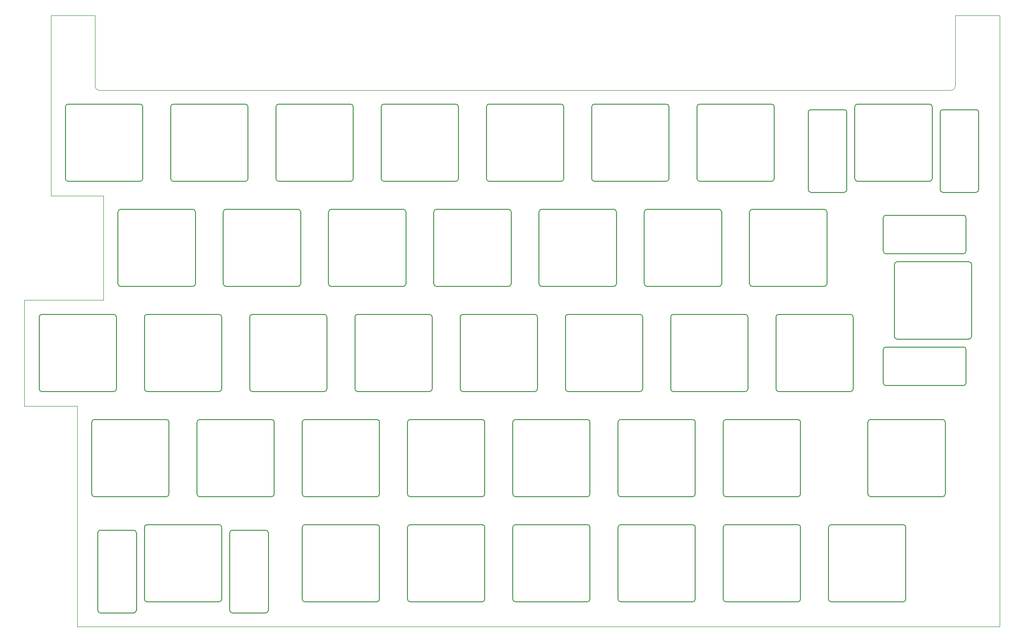
<source format=gbr>
G04 #@! TF.GenerationSoftware,KiCad,Pcbnew,5.1.10*
G04 #@! TF.CreationDate,2021-08-05T22:56:14+02:00*
G04 #@! TF.ProjectId,plate,706c6174-652e-46b6-9963-61645f706362,rev?*
G04 #@! TF.SameCoordinates,Original*
G04 #@! TF.FileFunction,Profile,NP*
%FSLAX46Y46*%
G04 Gerber Fmt 4.6, Leading zero omitted, Abs format (unit mm)*
G04 Created by KiCad (PCBNEW 5.1.10) date 2021-08-05 22:56:14*
%MOMM*%
%LPD*%
G01*
G04 APERTURE LIST*
G04 #@! TA.AperFunction,Profile*
%ADD10C,0.050000*%
G04 #@! TD*
G04 #@! TA.AperFunction,Profile*
%ADD11C,0.200000*%
G04 #@! TD*
G04 APERTURE END LIST*
D10*
X41491000Y-52324000D02*
X33490000Y-52324000D01*
X197193000Y-52324000D02*
X205232000Y-52324000D01*
X194399000Y-65913000D02*
X196431000Y-65913000D01*
X197193000Y-52324000D02*
X197193000Y-65151000D01*
X197193000Y-65151000D02*
G75*
G02*
X196431000Y-65913000I-762000J0D01*
G01*
X42253000Y-65913000D02*
X194399000Y-65913000D01*
X42253000Y-65913000D02*
G75*
G02*
X41491000Y-65151000I0J762000D01*
G01*
X41491000Y-52324000D02*
X41491000Y-65151000D01*
D11*
X66353250Y-160589000D02*
X72353250Y-160589000D01*
X66353250Y-145589000D02*
X72353250Y-145589000D01*
X92490250Y-144589000D02*
G75*
G02*
X92990250Y-145089000I0J-500000D01*
G01*
X78990250Y-145089000D02*
G75*
G02*
X79490250Y-144589000I500000J0D01*
G01*
X135352750Y-87439000D02*
G75*
G02*
X135852750Y-87939000I0J-500000D01*
G01*
X159952750Y-87939000D02*
X159952750Y-100939000D01*
X184146500Y-112902000D02*
X184146500Y-118902000D01*
X121852750Y-87939000D02*
G75*
G02*
X122352750Y-87439000I500000J0D01*
G01*
X68677750Y-68389000D02*
G75*
G02*
X69177750Y-68889000I0J-500000D01*
G01*
X93777750Y-82388999D02*
G75*
G02*
X93277750Y-81888999I0J500000D01*
G01*
X84252750Y-101439000D02*
G75*
G02*
X83752750Y-100939000I0J500000D01*
G01*
X74727750Y-82388999D02*
X87727750Y-82388999D01*
X69965250Y-106489000D02*
X82965250Y-106489000D01*
X97252750Y-87439000D02*
G75*
G02*
X97752750Y-87939000I0J-500000D01*
G01*
X160452750Y-101439000D02*
X173452750Y-101439000D01*
X50127750Y-68889000D02*
X50127750Y-81888999D01*
X83752750Y-87939000D02*
G75*
G02*
X84252750Y-87439000I500000J0D01*
G01*
X93777750Y-68389000D02*
X106777750Y-68389000D01*
X92990250Y-126039000D02*
X92990250Y-139039000D01*
X78990250Y-126039000D02*
X78990250Y-139039000D01*
X31365250Y-106989000D02*
X31365250Y-119989000D01*
X170564750Y-69889000D02*
X170564750Y-83889000D01*
X112327750Y-68889000D02*
X112327750Y-81888999D01*
X112327750Y-68889000D02*
G75*
G02*
X112827750Y-68389000I500000J0D01*
G01*
X199146500Y-118902000D02*
G75*
G02*
X198646500Y-119402000I-500000J0D01*
G01*
X169190250Y-126039000D02*
X169190250Y-139039000D01*
X155190250Y-126039000D02*
X155190250Y-139039000D01*
X103302750Y-87439000D02*
X116302750Y-87439000D01*
X88227750Y-81888999D02*
G75*
G02*
X87727750Y-82388999I-500000J0D01*
G01*
X184646500Y-95526000D02*
G75*
G02*
X184146500Y-95026000I0J500000D01*
G01*
X46152750Y-101439000D02*
X59152750Y-101439000D01*
X200146500Y-110464000D02*
G75*
G02*
X199646500Y-110964000I-500000J0D01*
G01*
X194940750Y-84389000D02*
G75*
G02*
X194440750Y-83889000I0J500000D01*
G01*
X59652750Y-87939000D02*
X59652750Y-100939000D01*
X140615250Y-119989000D02*
G75*
G02*
X140115250Y-120489000I-500000J0D01*
G01*
X127115250Y-120489000D02*
G75*
G02*
X126615250Y-119989000I0J500000D01*
G01*
X112827750Y-68389000D02*
X125827750Y-68389000D01*
X54890250Y-126039000D02*
X54890250Y-139039000D01*
X40890250Y-126039000D02*
X40890250Y-139039000D01*
X69177750Y-68889000D02*
X69177750Y-81888999D01*
X50915250Y-106489000D02*
X63915250Y-106489000D01*
X89015250Y-120489000D02*
X102015250Y-120489000D01*
X44865249Y-106489000D02*
G75*
G02*
X45365249Y-106989000I0J-500000D01*
G01*
X69965250Y-120489000D02*
G75*
G02*
X69465250Y-119989000I0J500000D01*
G01*
X117590250Y-158589000D02*
X130590250Y-158589000D01*
X117590250Y-144589000D02*
X130590250Y-144589000D01*
X179502750Y-68389000D02*
X192502750Y-68389000D01*
X64415250Y-158089000D02*
G75*
G02*
X63915250Y-158589000I-500000J0D01*
G01*
X50915250Y-158589000D02*
G75*
G02*
X50415250Y-158089000I0J500000D01*
G01*
X111540250Y-125539000D02*
G75*
G02*
X112040250Y-126039000I0J-500000D01*
G01*
X98040250Y-126039000D02*
G75*
G02*
X98540250Y-125539000I500000J0D01*
G01*
X78702750Y-87939000D02*
X78702750Y-100939000D01*
X112040250Y-145089000D02*
X112040250Y-158089000D01*
X98040250Y-145089000D02*
X98040250Y-158089000D01*
X82965250Y-106489000D02*
G75*
G02*
X83465250Y-106989000I0J-500000D01*
G01*
X112040250Y-158089000D02*
G75*
G02*
X111540250Y-158589000I-500000J0D01*
G01*
X98540250Y-158589000D02*
G75*
G02*
X98040250Y-158089000I0J500000D01*
G01*
X169190250Y-139039000D02*
G75*
G02*
X168690250Y-139539000I-500000J0D01*
G01*
X155690250Y-139539000D02*
G75*
G02*
X155190250Y-139039000I0J500000D01*
G01*
X193002750Y-68889000D02*
X193002750Y-81888999D01*
X107565250Y-106989000D02*
X107565250Y-119989000D01*
X131090250Y-139039000D02*
G75*
G02*
X130590250Y-139539000I-500000J0D01*
G01*
X117590250Y-139539000D02*
G75*
G02*
X117090250Y-139039000I0J500000D01*
G01*
X179502750Y-82388999D02*
X192502750Y-82388999D01*
X177564750Y-69889000D02*
X177564750Y-83889000D01*
X178715250Y-119989000D02*
G75*
G02*
X178215250Y-120489000I-500000J0D01*
G01*
X165215250Y-120489000D02*
G75*
G02*
X164715250Y-119989000I0J500000D01*
G01*
X140115250Y-106489000D02*
G75*
G02*
X140615250Y-106989000I0J-500000D01*
G01*
X126615250Y-106989000D02*
G75*
G02*
X127115250Y-106489000I500000J0D01*
G01*
X41390250Y-139539000D02*
X54390250Y-139539000D01*
X41390250Y-125539000D02*
X54390250Y-125539000D01*
X31365250Y-106989000D02*
G75*
G02*
X31865250Y-106489000I500000J0D01*
G01*
X150140250Y-158089000D02*
G75*
G02*
X149640250Y-158589000I-500000J0D01*
G01*
X136640250Y-158589000D02*
G75*
G02*
X136140250Y-158089000I0J500000D01*
G01*
X136640250Y-139539000D02*
X149640250Y-139539000D01*
X136640250Y-125539000D02*
X149640250Y-125539000D01*
X97752750Y-87939000D02*
X97752750Y-100939000D01*
X108065250Y-106489000D02*
X121065250Y-106489000D01*
X64415250Y-106989000D02*
X64415250Y-119989000D01*
X103302750Y-101439000D02*
X116302750Y-101439000D01*
X64702750Y-87939000D02*
X64702750Y-100939000D01*
X199646500Y-110964000D02*
X186646500Y-110964000D01*
X131877750Y-68389000D02*
X144877750Y-68389000D01*
X45652750Y-87939000D02*
G75*
G02*
X46152750Y-87439000I500000J0D01*
G01*
X122352750Y-101439000D02*
G75*
G02*
X121852750Y-100939000I0J500000D01*
G01*
X145377750Y-81888999D02*
G75*
G02*
X144877750Y-82388999I-500000J0D01*
G01*
X173952750Y-87939000D02*
X173952750Y-100939000D01*
X150427750Y-68889000D02*
X150427750Y-81888999D01*
X112827750Y-82388999D02*
X125827750Y-82388999D01*
X168690250Y-125539000D02*
G75*
G02*
X169190250Y-126039000I0J-500000D01*
G01*
X155190250Y-126039000D02*
G75*
G02*
X155690250Y-125539000I500000J0D01*
G01*
X126327750Y-68889000D02*
X126327750Y-81888999D01*
X92490250Y-125539000D02*
G75*
G02*
X92990250Y-126039000I0J-500000D01*
G01*
X78990250Y-126039000D02*
G75*
G02*
X79490250Y-125539000I500000J0D01*
G01*
X73940250Y-139039000D02*
G75*
G02*
X73440250Y-139539000I-500000J0D01*
G01*
X60440250Y-139539000D02*
G75*
G02*
X59940250Y-139039000I0J500000D01*
G01*
X55177750Y-68889000D02*
X55177750Y-81888999D01*
X46152750Y-101439000D02*
G75*
G02*
X45652750Y-100939000I0J500000D01*
G01*
X54390250Y-125539000D02*
G75*
G02*
X54890250Y-126039000I0J-500000D01*
G01*
X40890250Y-126039000D02*
G75*
G02*
X41390250Y-125539000I500000J0D01*
G01*
X195384000Y-139039000D02*
G75*
G02*
X194884000Y-139539000I-500000J0D01*
G01*
X181884000Y-139539000D02*
G75*
G02*
X181384000Y-139039000I0J500000D01*
G01*
X31865250Y-120489000D02*
X44865249Y-120489000D01*
X126327750Y-81888999D02*
G75*
G02*
X125827750Y-82388999I-500000J0D01*
G01*
X59152750Y-87439000D02*
G75*
G02*
X59652750Y-87939000I0J-500000D01*
G01*
X83752750Y-87939000D02*
X83752750Y-100939000D01*
X55677750Y-82388999D02*
G75*
G02*
X55177750Y-81888999I0J500000D01*
G01*
X184146500Y-112902000D02*
G75*
G02*
X184646500Y-112402000I500000J0D01*
G01*
X199146500Y-112902000D02*
X199146500Y-118902000D01*
X116802750Y-87939000D02*
X116802750Y-100939000D01*
X177064750Y-69389000D02*
G75*
G02*
X177564750Y-69889000I0J-500000D01*
G01*
X93777750Y-82388999D02*
X106777750Y-82388999D01*
X50415250Y-106989000D02*
G75*
G02*
X50915250Y-106489000I500000J0D01*
G01*
X72353250Y-145589000D02*
G75*
G02*
X72853250Y-146089000I0J-500000D01*
G01*
X65853250Y-146089000D02*
G75*
G02*
X66353250Y-145589000I500000J0D01*
G01*
X194440750Y-69889000D02*
G75*
G02*
X194940750Y-69389000I500000J0D01*
G01*
X31865250Y-120489000D02*
G75*
G02*
X31365250Y-119989000I0J500000D01*
G01*
X177564750Y-83889000D02*
G75*
G02*
X177064750Y-84389000I-500000J0D01*
G01*
X159165249Y-106489000D02*
G75*
G02*
X159665249Y-106989000I0J-500000D01*
G01*
X145665250Y-106989000D02*
G75*
G02*
X146165250Y-106489000I500000J0D01*
G01*
X199646500Y-96964000D02*
X186646500Y-96964000D01*
X145377750Y-68889000D02*
X145377750Y-81888999D01*
X64415250Y-145089000D02*
X64415250Y-158089000D01*
X50415250Y-145089000D02*
X50415250Y-158089000D01*
X199146500Y-95026000D02*
G75*
G02*
X198646500Y-95526000I-500000J0D01*
G01*
X65202750Y-87439000D02*
X78202750Y-87439000D01*
X69465250Y-106989000D02*
X69465250Y-119989000D01*
X102802750Y-87939000D02*
X102802750Y-100939000D01*
X200940750Y-69389000D02*
G75*
G02*
X201440750Y-69889000I0J-500000D01*
G01*
X116302750Y-87439000D02*
G75*
G02*
X116802750Y-87939000I0J-500000D01*
G01*
X140902750Y-87939000D02*
X140902750Y-100939000D01*
X88515250Y-106989000D02*
G75*
G02*
X89015250Y-106489000I500000J0D01*
G01*
X69465250Y-106989000D02*
G75*
G02*
X69965250Y-106489000I500000J0D01*
G01*
X88515250Y-106989000D02*
X88515250Y-119989000D01*
X84252750Y-101439000D02*
X97252750Y-101439000D01*
X131090250Y-158089000D02*
G75*
G02*
X130590250Y-158589000I-500000J0D01*
G01*
X117590250Y-158589000D02*
G75*
G02*
X117090250Y-158089000I0J500000D01*
G01*
X198646500Y-95526000D02*
X184646500Y-95526000D01*
X98540250Y-158589000D02*
X111540250Y-158589000D01*
X98540250Y-144589000D02*
X111540250Y-144589000D01*
X188240250Y-158089000D02*
G75*
G02*
X187740250Y-158589000I-500000J0D01*
G01*
X174740250Y-158589000D02*
G75*
G02*
X174240250Y-158089000I0J500000D01*
G01*
X64702750Y-87939000D02*
G75*
G02*
X65202750Y-87439000I500000J0D01*
G01*
X45652750Y-87939000D02*
X45652750Y-100939000D01*
X121852750Y-87939000D02*
X121852750Y-100939000D01*
X72853250Y-146089000D02*
X72853250Y-160089000D01*
X65853250Y-146089000D02*
X65853250Y-160089000D01*
X159665249Y-106989000D02*
X159665249Y-119989000D01*
X145665250Y-106989000D02*
X145665250Y-119989000D01*
X198646500Y-112402000D02*
G75*
G02*
X199146500Y-112902000I0J-500000D01*
G01*
X150140250Y-126039000D02*
X150140250Y-139039000D01*
X136140250Y-126039000D02*
X136140250Y-139039000D01*
X178215250Y-106489000D02*
G75*
G02*
X178715250Y-106989000I0J-500000D01*
G01*
X164715250Y-106989000D02*
G75*
G02*
X165215250Y-106489000I500000J0D01*
G01*
X73440250Y-125539000D02*
G75*
G02*
X73940250Y-126039000I0J-500000D01*
G01*
X59940250Y-126039000D02*
G75*
G02*
X60440250Y-125539000I500000J0D01*
G01*
X74227750Y-68889000D02*
G75*
G02*
X74727750Y-68389000I500000J0D01*
G01*
X198646500Y-88526000D02*
G75*
G02*
X199146500Y-89026000I0J-500000D01*
G01*
X179002750Y-68889000D02*
X179002750Y-81888999D01*
X141402750Y-101439000D02*
G75*
G02*
X140902750Y-100939000I0J500000D01*
G01*
X160452750Y-101439000D02*
G75*
G02*
X159952750Y-100939000I0J500000D01*
G01*
X92990250Y-139039000D02*
G75*
G02*
X92490250Y-139539000I-500000J0D01*
G01*
X79490250Y-139539000D02*
G75*
G02*
X78990250Y-139039000I0J500000D01*
G01*
X79490250Y-158589000D02*
X92490250Y-158589000D01*
X79490250Y-144589000D02*
X92490250Y-144589000D01*
X102015250Y-106489000D02*
G75*
G02*
X102515250Y-106989000I0J-500000D01*
G01*
X131090250Y-126039000D02*
X131090250Y-139039000D01*
X117090250Y-126039000D02*
X117090250Y-139039000D01*
X188240250Y-145089000D02*
X188240250Y-158089000D01*
X174240250Y-145089000D02*
X174240250Y-158089000D01*
X187740250Y-144589000D02*
G75*
G02*
X188240250Y-145089000I0J-500000D01*
G01*
X174240250Y-145089000D02*
G75*
G02*
X174740250Y-144589000I500000J0D01*
G01*
X107277750Y-68889000D02*
X107277750Y-81888999D01*
X199646500Y-96964000D02*
G75*
G02*
X200146500Y-97464000I0J-500000D01*
G01*
X112040250Y-139039000D02*
G75*
G02*
X111540250Y-139539000I-500000J0D01*
G01*
X98540250Y-139539000D02*
G75*
G02*
X98040250Y-139039000I0J500000D01*
G01*
X65202750Y-101439000D02*
X78202750Y-101439000D01*
X125827750Y-68389000D02*
G75*
G02*
X126327750Y-68889000I0J-500000D01*
G01*
X122352750Y-87439000D02*
X135352750Y-87439000D01*
X127115250Y-120489000D02*
X140115250Y-120489000D01*
X127115250Y-106489000D02*
X140115250Y-106489000D01*
X149640250Y-125539000D02*
G75*
G02*
X150140250Y-126039000I0J-500000D01*
G01*
X136140250Y-126039000D02*
G75*
G02*
X136640250Y-125539000I500000J0D01*
G01*
X50915250Y-158589000D02*
X63915250Y-158589000D01*
X50915250Y-144589000D02*
X63915250Y-144589000D01*
X171064750Y-84389000D02*
G75*
G02*
X170564750Y-83889000I0J500000D01*
G01*
X97752750Y-100939000D02*
G75*
G02*
X97252750Y-101439000I-500000J0D01*
G01*
X92990250Y-145089000D02*
X92990250Y-158089000D01*
X78990250Y-145089000D02*
X78990250Y-158089000D01*
X140615250Y-106989000D02*
X140615250Y-119989000D01*
X126615250Y-106989000D02*
X126615250Y-119989000D01*
X173952750Y-100939000D02*
G75*
G02*
X173452750Y-101439000I-500000J0D01*
G01*
X168690250Y-144589000D02*
G75*
G02*
X169190250Y-145089000I0J-500000D01*
G01*
X155190250Y-145089000D02*
G75*
G02*
X155690250Y-144589000I500000J0D01*
G01*
X49627750Y-68389000D02*
G75*
G02*
X50127750Y-68889000I0J-500000D01*
G01*
X93277750Y-68889000D02*
G75*
G02*
X93777750Y-68389000I500000J0D01*
G01*
X48977250Y-160089000D02*
G75*
G02*
X48477250Y-160589000I-500000J0D01*
G01*
X42477249Y-160589000D02*
G75*
G02*
X41977249Y-160089000I0J500000D01*
G01*
X74227750Y-68889000D02*
X74227750Y-81888999D01*
X63915250Y-144589000D02*
G75*
G02*
X64415250Y-145089000I0J-500000D01*
G01*
X50415250Y-145089000D02*
G75*
G02*
X50915250Y-144589000I500000J0D01*
G01*
X170564750Y-69889000D02*
G75*
G02*
X171064750Y-69389000I500000J0D01*
G01*
X111540250Y-144589000D02*
G75*
G02*
X112040250Y-145089000I0J-500000D01*
G01*
X98040250Y-145089000D02*
G75*
G02*
X98540250Y-144589000I500000J0D01*
G01*
X117590250Y-139539000D02*
X130590250Y-139539000D01*
X117590250Y-125539000D02*
X130590250Y-125539000D01*
X50915250Y-120489000D02*
G75*
G02*
X50415250Y-119989000I0J500000D01*
G01*
X89015250Y-120489000D02*
G75*
G02*
X88515250Y-119989000I0J500000D01*
G01*
X130590250Y-125539000D02*
G75*
G02*
X131090250Y-126039000I0J-500000D01*
G01*
X117090250Y-126039000D02*
G75*
G02*
X117590250Y-125539000I500000J0D01*
G01*
X48477250Y-145589000D02*
G75*
G02*
X48977250Y-146089000I0J-500000D01*
G01*
X41977249Y-146089000D02*
G75*
G02*
X42477249Y-145589000I500000J0D01*
G01*
X106777750Y-68389000D02*
G75*
G02*
X107277750Y-68889000I0J-500000D01*
G01*
X131877750Y-82388999D02*
G75*
G02*
X131377750Y-81888999I0J500000D01*
G01*
X112040250Y-126039000D02*
X112040250Y-139039000D01*
X98040250Y-126039000D02*
X98040250Y-139039000D01*
X150427750Y-68889000D02*
G75*
G02*
X150927750Y-68389000I500000J0D01*
G01*
X65202750Y-101439000D02*
G75*
G02*
X64702750Y-100939000I0J500000D01*
G01*
X169190250Y-145089000D02*
X169190250Y-158089000D01*
X155190250Y-145089000D02*
X155190250Y-158089000D01*
X102515250Y-119989000D02*
G75*
G02*
X102015250Y-120489000I-500000J0D01*
G01*
X55677750Y-68389000D02*
X68677750Y-68389000D01*
X131377750Y-68889000D02*
X131377750Y-81888999D01*
X194940750Y-69389000D02*
X200940750Y-69389000D01*
X84252750Y-87439000D02*
X97252750Y-87439000D01*
X93277750Y-68889000D02*
X93277750Y-81888999D01*
X116802750Y-100939000D02*
G75*
G02*
X116302750Y-101439000I-500000J0D01*
G01*
X83465250Y-106989000D02*
X83465250Y-119989000D01*
X88227750Y-68889000D02*
X88227750Y-81888999D01*
X42477249Y-160589000D02*
X48477250Y-160589000D01*
X42477249Y-145589000D02*
X48477250Y-145589000D01*
X186646500Y-110964000D02*
G75*
G02*
X186146500Y-110464000I0J500000D01*
G01*
X59652750Y-100939000D02*
G75*
G02*
X59152750Y-101439000I-500000J0D01*
G01*
X72853250Y-160089000D02*
G75*
G02*
X72353250Y-160589000I-500000J0D01*
G01*
X66353250Y-160589000D02*
G75*
G02*
X65853250Y-160089000I0J500000D01*
G01*
X195384000Y-126039000D02*
X195384000Y-139039000D01*
X181384000Y-126039000D02*
X181384000Y-139039000D01*
X179002750Y-68889000D02*
G75*
G02*
X179502750Y-68389000I500000J0D01*
G01*
X102802750Y-87939000D02*
G75*
G02*
X103302750Y-87439000I500000J0D01*
G01*
X50915250Y-120489000D02*
X63915250Y-120489000D01*
X108065250Y-120489000D02*
X121065250Y-120489000D01*
X186146500Y-97464000D02*
X186146500Y-110464000D01*
X102515250Y-106989000D02*
X102515250Y-119989000D01*
X184646500Y-119402000D02*
G75*
G02*
X184146500Y-118902000I0J500000D01*
G01*
X136640250Y-158589000D02*
X149640250Y-158589000D01*
X136640250Y-144589000D02*
X149640250Y-144589000D01*
X149640250Y-144589000D02*
G75*
G02*
X150140250Y-145089000I0J-500000D01*
G01*
X136140250Y-145089000D02*
G75*
G02*
X136640250Y-144589000I500000J0D01*
G01*
X98540250Y-139539000D02*
X111540250Y-139539000D01*
X98540250Y-125539000D02*
X111540250Y-125539000D01*
X63915250Y-106489000D02*
G75*
G02*
X64415250Y-106989000I0J-500000D01*
G01*
X150140250Y-145089000D02*
X150140250Y-158089000D01*
X136140250Y-145089000D02*
X136140250Y-158089000D01*
X184146500Y-89026000D02*
X184146500Y-95026000D01*
X154402750Y-87439000D02*
G75*
G02*
X154902750Y-87939000I0J-500000D01*
G01*
X165215250Y-120489000D02*
X178215250Y-120489000D01*
X165215250Y-106489000D02*
X178215250Y-106489000D01*
X73940250Y-126039000D02*
X73940250Y-139039000D01*
X59940250Y-126039000D02*
X59940250Y-139039000D01*
X130590250Y-144589000D02*
G75*
G02*
X131090250Y-145089000I0J-500000D01*
G01*
X117090250Y-145089000D02*
G75*
G02*
X117590250Y-144589000I500000J0D01*
G01*
X64415250Y-119989000D02*
G75*
G02*
X63915250Y-120489000I-500000J0D01*
G01*
X159952750Y-87939000D02*
G75*
G02*
X160452750Y-87439000I500000J0D01*
G01*
X171064750Y-84389000D02*
X177064750Y-84389000D01*
X164427750Y-68889000D02*
X164427750Y-81888999D01*
X131377750Y-68889000D02*
G75*
G02*
X131877750Y-68389000I500000J0D01*
G01*
X150927750Y-68389000D02*
X163927750Y-68389000D01*
X155690250Y-139539000D02*
X168690250Y-139539000D01*
X155690250Y-125539000D02*
X168690250Y-125539000D01*
X173452750Y-87439000D02*
G75*
G02*
X173952750Y-87939000I0J-500000D01*
G01*
X171064750Y-69389000D02*
X177064750Y-69389000D01*
X31865250Y-106489000D02*
X44865249Y-106489000D01*
X169190250Y-158089000D02*
G75*
G02*
X168690250Y-158589000I-500000J0D01*
G01*
X155690250Y-158589000D02*
G75*
G02*
X155190250Y-158089000I0J500000D01*
G01*
X107277750Y-81888999D02*
G75*
G02*
X106777750Y-82388999I-500000J0D01*
G01*
X89015250Y-106489000D02*
X102015250Y-106489000D01*
X146165250Y-120489000D02*
X159165249Y-120489000D01*
X146165250Y-106489000D02*
X159165249Y-106489000D01*
X45365249Y-106989000D02*
X45365249Y-119989000D01*
X131090250Y-145089000D02*
X131090250Y-158089000D01*
X117090250Y-145089000D02*
X117090250Y-158089000D01*
X199146500Y-89026000D02*
X199146500Y-95026000D01*
X135852750Y-87939000D02*
X135852750Y-100939000D01*
X198646500Y-88526000D02*
X184646500Y-88526000D01*
X154902750Y-87939000D02*
X154902750Y-100939000D01*
X78202750Y-87439000D02*
G75*
G02*
X78702750Y-87939000I0J-500000D01*
G01*
X159665249Y-119989000D02*
G75*
G02*
X159165249Y-120489000I-500000J0D01*
G01*
X146165250Y-120489000D02*
G75*
G02*
X145665250Y-119989000I0J500000D01*
G01*
X174740250Y-158589000D02*
X187740250Y-158589000D01*
X174740250Y-144589000D02*
X187740250Y-144589000D01*
X121065250Y-106489000D02*
G75*
G02*
X121565250Y-106989000I0J-500000D01*
G01*
X103302750Y-101439000D02*
G75*
G02*
X102802750Y-100939000I0J500000D01*
G01*
X36627750Y-82388999D02*
G75*
G02*
X36127750Y-81888999I0J500000D01*
G01*
X198646500Y-119402000D02*
X184646500Y-119402000D01*
X50127750Y-81888999D02*
G75*
G02*
X49627750Y-82388999I-500000J0D01*
G01*
X141402750Y-101439000D02*
X154402750Y-101439000D01*
X150927750Y-82388999D02*
G75*
G02*
X150427750Y-81888999I0J500000D01*
G01*
X36627750Y-82388999D02*
X49627750Y-82388999D01*
X140902750Y-87939000D02*
G75*
G02*
X141402750Y-87439000I500000J0D01*
G01*
X36627750Y-68389000D02*
X49627750Y-68389000D01*
X200146500Y-97464000D02*
X200146500Y-110464000D01*
X135852750Y-100939000D02*
G75*
G02*
X135352750Y-101439000I-500000J0D01*
G01*
X194884000Y-125539000D02*
G75*
G02*
X195384000Y-126039000I0J-500000D01*
G01*
X181384000Y-126039000D02*
G75*
G02*
X181884000Y-125539000I500000J0D01*
G01*
X74727750Y-68389000D02*
X87727750Y-68389000D01*
X112827750Y-82388999D02*
G75*
G02*
X112327750Y-81888999I0J500000D01*
G01*
X160452750Y-87439000D02*
X173452750Y-87439000D01*
X83465250Y-119989000D02*
G75*
G02*
X82965250Y-120489000I-500000J0D01*
G01*
X121565250Y-119989000D02*
G75*
G02*
X121065250Y-120489000I-500000J0D01*
G01*
X108065250Y-120489000D02*
G75*
G02*
X107565250Y-119989000I0J500000D01*
G01*
X69965250Y-120489000D02*
X82965250Y-120489000D01*
X131877750Y-82388999D02*
X144877750Y-82388999D01*
X164427750Y-81888999D02*
G75*
G02*
X163927750Y-82388999I-500000J0D01*
G01*
X201440750Y-69889000D02*
X201440750Y-83889000D01*
X50415250Y-106989000D02*
X50415250Y-119989000D01*
X154902750Y-100939000D02*
G75*
G02*
X154402750Y-101439000I-500000J0D01*
G01*
X194440750Y-69889000D02*
X194440750Y-83889000D01*
X122352750Y-101439000D02*
X135352750Y-101439000D01*
X163927750Y-68389000D02*
G75*
G02*
X164427750Y-68889000I0J-500000D01*
G01*
X36127750Y-68889000D02*
X36127750Y-81888999D01*
X150140250Y-139039000D02*
G75*
G02*
X149640250Y-139539000I-500000J0D01*
G01*
X136640250Y-139539000D02*
G75*
G02*
X136140250Y-139039000I0J500000D01*
G01*
X193002750Y-81888999D02*
G75*
G02*
X192502750Y-82388999I-500000J0D01*
G01*
X186146500Y-97464000D02*
G75*
G02*
X186646500Y-96964000I500000J0D01*
G01*
X78702750Y-100939000D02*
G75*
G02*
X78202750Y-101439000I-500000J0D01*
G01*
X198646500Y-112402000D02*
X184646500Y-112402000D01*
X179502750Y-82388999D02*
G75*
G02*
X179002750Y-81888999I0J500000D01*
G01*
X184146500Y-89026000D02*
G75*
G02*
X184646500Y-88526000I500000J0D01*
G01*
X155690250Y-158589000D02*
X168690250Y-158589000D01*
X155690250Y-144589000D02*
X168690250Y-144589000D01*
X192502750Y-68389000D02*
G75*
G02*
X193002750Y-68889000I0J-500000D01*
G01*
X121565250Y-106989000D02*
X121565250Y-119989000D01*
X69177750Y-81888999D02*
G75*
G02*
X68677750Y-82388999I-500000J0D01*
G01*
X194940750Y-84389000D02*
X200940750Y-84389000D01*
X55177750Y-68889000D02*
G75*
G02*
X55677750Y-68389000I500000J0D01*
G01*
X74727750Y-82388999D02*
G75*
G02*
X74227750Y-81888999I0J500000D01*
G01*
X45365249Y-119989000D02*
G75*
G02*
X44865249Y-120489000I-500000J0D01*
G01*
X60440250Y-139539000D02*
X73440250Y-139539000D01*
X60440250Y-125539000D02*
X73440250Y-125539000D01*
X36127750Y-68889000D02*
G75*
G02*
X36627750Y-68389000I500000J0D01*
G01*
X178715250Y-106989000D02*
X178715250Y-119989000D01*
X164715250Y-106989000D02*
X164715250Y-119989000D01*
X141402750Y-87439000D02*
X154402750Y-87439000D01*
X46152750Y-87439000D02*
X59152750Y-87439000D01*
X87727750Y-68389000D02*
G75*
G02*
X88227750Y-68889000I0J-500000D01*
G01*
X201440750Y-83889000D02*
G75*
G02*
X200940750Y-84389000I-500000J0D01*
G01*
X48977250Y-146089000D02*
X48977250Y-160089000D01*
X41977249Y-146089000D02*
X41977249Y-160089000D01*
X79490250Y-139539000D02*
X92490250Y-139539000D01*
X79490250Y-125539000D02*
X92490250Y-125539000D01*
X150927750Y-82388999D02*
X163927750Y-82388999D01*
X54890250Y-139039000D02*
G75*
G02*
X54390250Y-139539000I-500000J0D01*
G01*
X41390250Y-139539000D02*
G75*
G02*
X40890250Y-139039000I0J500000D01*
G01*
X55677750Y-82388999D02*
X68677750Y-82388999D01*
X107565250Y-106989000D02*
G75*
G02*
X108065250Y-106489000I500000J0D01*
G01*
X144877750Y-68389000D02*
G75*
G02*
X145377750Y-68889000I0J-500000D01*
G01*
X92990250Y-158089000D02*
G75*
G02*
X92490250Y-158589000I-500000J0D01*
G01*
X79490250Y-158589000D02*
G75*
G02*
X78990250Y-158089000I0J500000D01*
G01*
X181884000Y-139539000D02*
X194884000Y-139539000D01*
X181884000Y-125539000D02*
X194884000Y-125539000D01*
D10*
X205232000Y-163068000D02*
X205232000Y-52324000D01*
X38250000Y-163068000D02*
X205232000Y-163068000D01*
X38250000Y-123130000D02*
X38250000Y-163068000D01*
X38240000Y-123130000D02*
X38250000Y-123130000D01*
X28730000Y-123130000D02*
X38240000Y-123130000D01*
X28730000Y-103910000D02*
X28730000Y-123130000D01*
X43010000Y-103910000D02*
X28730000Y-103910000D01*
X43010000Y-85030000D02*
X43010000Y-103910000D01*
X33490000Y-85030000D02*
X43010000Y-85030000D01*
X33490000Y-52324000D02*
X33490000Y-85030000D01*
M02*

</source>
